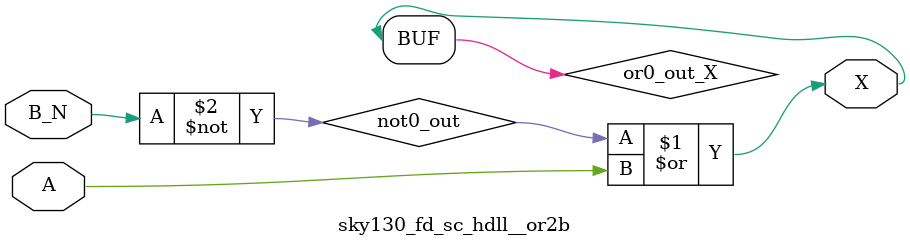
<source format=v>
/*
 * Copyright 2020 The SkyWater PDK Authors
 *
 * Licensed under the Apache License, Version 2.0 (the "License");
 * you may not use this file except in compliance with the License.
 * You may obtain a copy of the License at
 *
 *     https://www.apache.org/licenses/LICENSE-2.0
 *
 * Unless required by applicable law or agreed to in writing, software
 * distributed under the License is distributed on an "AS IS" BASIS,
 * WITHOUT WARRANTIES OR CONDITIONS OF ANY KIND, either express or implied.
 * See the License for the specific language governing permissions and
 * limitations under the License.
 *
 * SPDX-License-Identifier: Apache-2.0
*/


`ifndef SKY130_FD_SC_HDLL__OR2B_FUNCTIONAL_V
`define SKY130_FD_SC_HDLL__OR2B_FUNCTIONAL_V

/**
 * or2b: 2-input OR, first input inverted.
 *
 * Verilog simulation functional model.
 */

`timescale 1ns / 1ps
`default_nettype none

`celldefine
module sky130_fd_sc_hdll__or2b (
    X  ,
    A  ,
    B_N
);

    // Module ports
    output X  ;
    input  A  ;
    input  B_N;

    // Local signals
    wire not0_out ;
    wire or0_out_X;

    //  Name  Output     Other arguments
    not not0 (not0_out , B_N            );
    or  or0  (or0_out_X, not0_out, A    );
    buf buf0 (X        , or0_out_X      );

endmodule
`endcelldefine

`default_nettype wire
`endif  // SKY130_FD_SC_HDLL__OR2B_FUNCTIONAL_V

</source>
